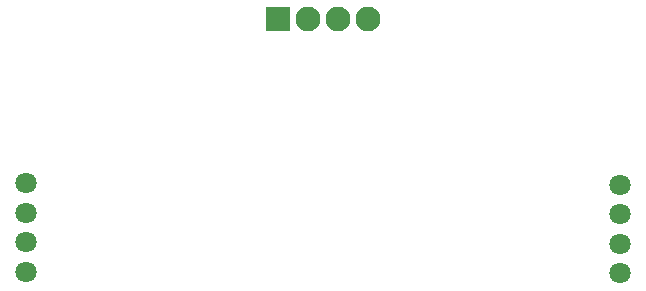
<source format=gbs>
G04 Layer: BottomSolderMaskLayer*
G04 EasyEDA v6.5.47, 2024-09-30 16:46:26*
G04 e7e5d466ba494a0aaca811e2ade4a1f3,2802210eb98647e48a656566f44cf116,10*
G04 Gerber Generator version 0.2*
G04 Scale: 100 percent, Rotated: No, Reflected: No *
G04 Dimensions in millimeters *
G04 leading zeros omitted , absolute positions ,4 integer and 5 decimal *
%FSLAX45Y45*%
%MOMM*%

%AMMACRO1*4,1,8,-1.0211,-1.0508,-1.0508,-1.0208,-1.0508,1.0211,-1.0211,1.0508,1.0208,1.0508,1.0508,1.0211,1.0508,-1.0208,1.0208,-1.0508,-1.0211,-1.0508,0*%
%ADD10C,1.8000*%
%ADD11C,2.1016*%
%ADD12MACRO1*%

%LPD*%
D10*
G01*
X2603500Y2850794D03*
G01*
X2603500Y3100806D03*
G01*
X2603500Y3350793D03*
G01*
X2603500Y3600805D03*
G01*
X7632700Y3588105D03*
G01*
X7632700Y3338093D03*
G01*
X7632700Y3088106D03*
G01*
X7632700Y2838094D03*
D11*
G01*
X4990185Y4993487D03*
G01*
X5244185Y4993487D03*
G01*
X5498160Y4993487D03*
D12*
G01*
X4736084Y4993538D03*
M02*

</source>
